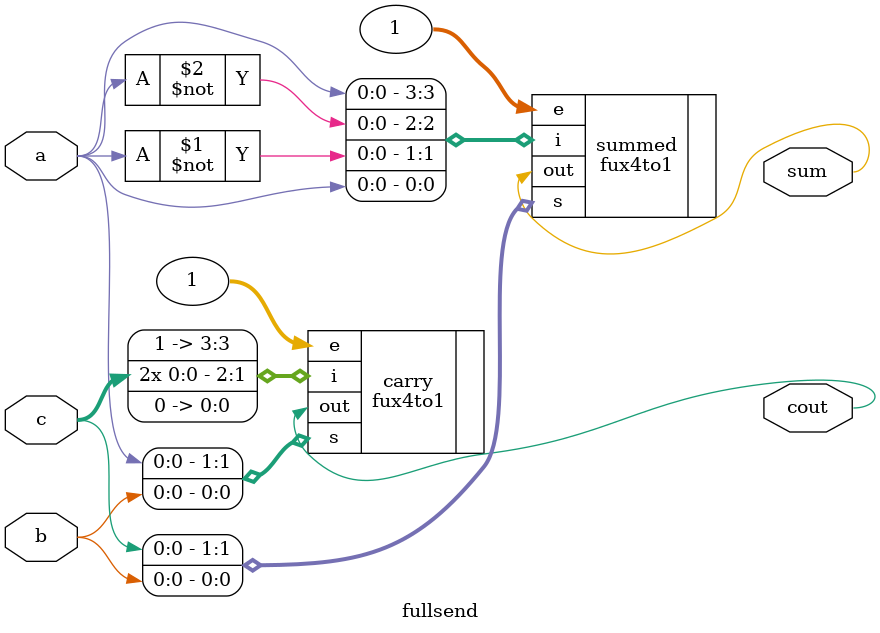
<source format=v>
`timescale 1ns / 1ps

//full bit adder using muxes
//input single bits
//3 inputs a, b, carryin
//2 outputs sum and carry bit

module fullsend(
    input a,
    input b,
    input c,
    output sum,
    output cout
    );
    fux4to1 summed (.s({c,b}), .i({a, ~a, ~a, a}), .e(1), .out(sum)); //sum mux
    fux4to1 carry (.s({a,b}), .i({1'b1,c,c,1'b0}), .e(1), .out(cout)); //carry mux
endmodule

</source>
